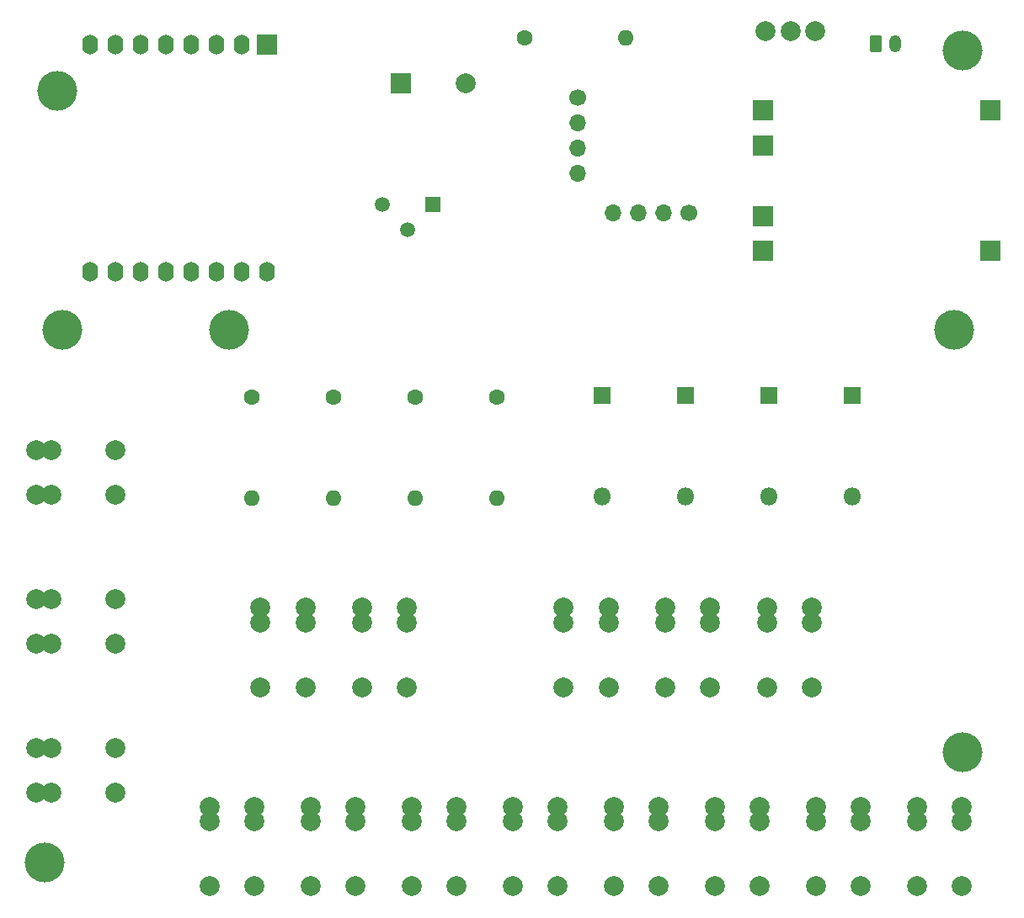
<source format=gbr>
%TF.GenerationSoftware,KiCad,Pcbnew,(6.0.2)*%
%TF.CreationDate,2023-05-06T01:27:41+02:00*%
%TF.ProjectId,piano,7069616e-6f2e-46b6-9963-61645f706362,0.2*%
%TF.SameCoordinates,Original*%
%TF.FileFunction,Soldermask,Top*%
%TF.FilePolarity,Negative*%
%FSLAX46Y46*%
G04 Gerber Fmt 4.6, Leading zero omitted, Abs format (unit mm)*
G04 Created by KiCad (PCBNEW (6.0.2)) date 2023-05-06 01:27:41*
%MOMM*%
%LPD*%
G01*
G04 APERTURE LIST*
G04 Aperture macros list*
%AMRoundRect*
0 Rectangle with rounded corners*
0 $1 Rounding radius*
0 $2 $3 $4 $5 $6 $7 $8 $9 X,Y pos of 4 corners*
0 Add a 4 corners polygon primitive as box body*
4,1,4,$2,$3,$4,$5,$6,$7,$8,$9,$2,$3,0*
0 Add four circle primitives for the rounded corners*
1,1,$1+$1,$2,$3*
1,1,$1+$1,$4,$5*
1,1,$1+$1,$6,$7*
1,1,$1+$1,$8,$9*
0 Add four rect primitives between the rounded corners*
20,1,$1+$1,$2,$3,$4,$5,0*
20,1,$1+$1,$4,$5,$6,$7,0*
20,1,$1+$1,$6,$7,$8,$9,0*
20,1,$1+$1,$8,$9,$2,$3,0*%
G04 Aperture macros list end*
%ADD10R,1.500000X1.500000*%
%ADD11C,1.500000*%
%ADD12R,1.800000X1.800000*%
%ADD13O,1.800000X1.800000*%
%ADD14C,1.600000*%
%ADD15O,1.600000X1.600000*%
%ADD16C,4.000000*%
%ADD17C,2.000000*%
%ADD18C,1.700000*%
%ADD19O,1.700000X1.700000*%
%ADD20R,2.000000X2.000000*%
%ADD21O,1.600000X2.000000*%
%ADD22RoundRect,0.250000X-0.350000X-0.625000X0.350000X-0.625000X0.350000X0.625000X-0.350000X0.625000X0*%
%ADD23O,1.200000X1.750000*%
G04 APERTURE END LIST*
D10*
%TO.C,Q1*%
X172480000Y-51410000D03*
D11*
X169940000Y-53950000D03*
X167400000Y-51410000D03*
%TD*%
D12*
%TO.C,D1*%
X214626094Y-70660000D03*
D13*
X214626094Y-80820000D03*
%TD*%
D14*
%TO.C,R1*%
X178840000Y-70750000D03*
D15*
X178840000Y-80910000D03*
%TD*%
D16*
%TO.C,*%
X135180000Y-64000000D03*
%TD*%
D17*
%TO.C,SW-8*%
X155120000Y-92000000D03*
X155120000Y-93500000D03*
X155120000Y-100000000D03*
X159620000Y-93500000D03*
X159620000Y-92000000D03*
X159620000Y-100000000D03*
%TD*%
D12*
%TO.C,D2*%
X206240000Y-70660000D03*
D13*
X206240000Y-80820000D03*
%TD*%
D18*
%TO.C,J3*%
X187010183Y-40685172D03*
D19*
X187010183Y-43225172D03*
X187010183Y-45765172D03*
X187010183Y-48305172D03*
%TD*%
D14*
%TO.C,R5*%
X181680000Y-34600000D03*
D15*
X191840000Y-34600000D03*
%TD*%
D17*
%TO.C,SW-1*%
X160160000Y-113500000D03*
X160160000Y-112000000D03*
X160160000Y-120000000D03*
X164660000Y-112000000D03*
X164660000Y-120000000D03*
X164660000Y-113500000D03*
%TD*%
%TO.C,SW-A1*%
X185600000Y-93500000D03*
X185600000Y-100000000D03*
X185600000Y-92000000D03*
X190100000Y-92000000D03*
X190100000Y-93500000D03*
X190100000Y-100000000D03*
%TD*%
D12*
%TO.C,D4*%
X189467812Y-70660000D03*
D13*
X189467812Y-80820000D03*
%TD*%
D16*
%TO.C,*%
X225702000Y-106558000D03*
%TD*%
D20*
%TO.C,U1*%
X155780000Y-35325000D03*
D21*
X153240000Y-35325000D03*
X150700000Y-35325000D03*
X148160000Y-35325000D03*
X145620000Y-35325000D03*
X143080000Y-35325000D03*
X140540000Y-35325000D03*
X138000000Y-35325000D03*
X138000000Y-58185000D03*
X140540000Y-58185000D03*
X143080000Y-58185000D03*
X145620000Y-58185000D03*
X148160000Y-58185000D03*
X150700000Y-58185000D03*
X153240000Y-58185000D03*
X155780000Y-58185000D03*
%TD*%
D22*
%TO.C,J1*%
X216960000Y-35220000D03*
D23*
X218960000Y-35220000D03*
%TD*%
D14*
%TO.C,R4*%
X154281717Y-70750000D03*
D15*
X154281717Y-80910000D03*
%TD*%
D16*
%TO.C,*%
X225702000Y-35916000D03*
%TD*%
D17*
%TO.C,SW-3*%
X180480000Y-112000000D03*
X180480000Y-120000000D03*
X180480000Y-113500000D03*
X184980000Y-112000000D03*
X184980000Y-113500000D03*
X184980000Y-120000000D03*
%TD*%
D16*
%TO.C,*%
X133380000Y-117652000D03*
%TD*%
%TO.C,*%
X134650000Y-39932000D03*
%TD*%
D17*
%TO.C,SW-5*%
X200800000Y-120000000D03*
X200800000Y-113500000D03*
X200800000Y-112000000D03*
X205300000Y-113500000D03*
X205300000Y-112000000D03*
X205300000Y-120000000D03*
%TD*%
D14*
%TO.C,R2*%
X170653905Y-70750000D03*
D15*
X170653905Y-80910000D03*
%TD*%
D17*
%TO.C,SW-D1*%
X140560000Y-110590000D03*
X132560000Y-110590000D03*
X134060000Y-110590000D03*
X134060000Y-106090000D03*
X140560000Y-106090000D03*
X132560000Y-106090000D03*
%TD*%
D14*
%TO.C,R3*%
X162467811Y-70750000D03*
D15*
X162467811Y-80910000D03*
%TD*%
D17*
%TO.C,SW-6*%
X210960000Y-113500000D03*
X210960000Y-120000000D03*
X210960000Y-112000000D03*
X215460000Y-113500000D03*
X215460000Y-112000000D03*
X215460000Y-120000000D03*
%TD*%
D16*
%TO.C,REF\u002A\u002A*%
X151940000Y-64000000D03*
%TD*%
D17*
%TO.C,SW-7*%
X221120000Y-120000000D03*
X221120000Y-112000000D03*
X221120000Y-113500000D03*
X225620000Y-120000000D03*
X225620000Y-112000000D03*
X225620000Y-113500000D03*
%TD*%
%TO.C,SW-2*%
X170320000Y-120000000D03*
X170320000Y-112000000D03*
X170320000Y-113500000D03*
X174820000Y-120000000D03*
X174820000Y-113500000D03*
X174820000Y-112000000D03*
%TD*%
%TO.C,SW-F1*%
X140560000Y-80590000D03*
X134060000Y-80590000D03*
X132560000Y-80590000D03*
X132560000Y-76090000D03*
X140560000Y-76090000D03*
X134060000Y-76090000D03*
%TD*%
%TO.C,SW-B1*%
X195840000Y-100000000D03*
X195840000Y-92000000D03*
X195840000Y-93500000D03*
X200340000Y-92000000D03*
X200340000Y-100000000D03*
X200340000Y-93500000D03*
%TD*%
D12*
%TO.C,D3*%
X197853906Y-70660000D03*
D13*
X197853906Y-80820000D03*
%TD*%
D17*
%TO.C,SW-4*%
X190640000Y-120000000D03*
X190640000Y-113500000D03*
X190640000Y-112000000D03*
X195140000Y-120000000D03*
X195140000Y-113500000D03*
X195140000Y-112000000D03*
%TD*%
%TO.C,SW-9*%
X165360000Y-100000000D03*
X165360000Y-92000000D03*
X165360000Y-93500000D03*
X169860000Y-92000000D03*
X169860000Y-93500000D03*
X169860000Y-100000000D03*
%TD*%
%TO.C,SW-C1*%
X206080000Y-92000000D03*
X206080000Y-100000000D03*
X206080000Y-93500000D03*
X210580000Y-93500000D03*
X210580000Y-92000000D03*
X210580000Y-100000000D03*
%TD*%
%TO.C,SW-E1*%
X140560000Y-95590000D03*
X132560000Y-95590000D03*
X134060000Y-95590000D03*
X132560000Y-91090000D03*
X140560000Y-91090000D03*
X134060000Y-91090000D03*
%TD*%
D16*
%TO.C,REF\u002A\u002A*%
X224820000Y-64000000D03*
%TD*%
D17*
%TO.C,SW1*%
X205900000Y-33990000D03*
X208400000Y-33990000D03*
X210900000Y-33990000D03*
%TD*%
D18*
%TO.C,J2*%
X198190000Y-52230000D03*
D19*
X195650000Y-52230000D03*
X193110000Y-52230000D03*
X190570000Y-52230000D03*
%TD*%
D20*
%TO.C,BZ1*%
X169220000Y-39240000D03*
D17*
X175720000Y-39240000D03*
%TD*%
%TO.C,SW-0*%
X150000000Y-112000000D03*
X150000000Y-120000000D03*
X150000000Y-113500000D03*
X154500000Y-113500000D03*
X154500000Y-112000000D03*
X154500000Y-120000000D03*
%TD*%
D20*
%TO.C,U2*%
X228460000Y-41940000D03*
X228460000Y-56060000D03*
X205600000Y-41940000D03*
X205600000Y-45440000D03*
X205600000Y-52560000D03*
X205600000Y-56060000D03*
%TD*%
M02*

</source>
